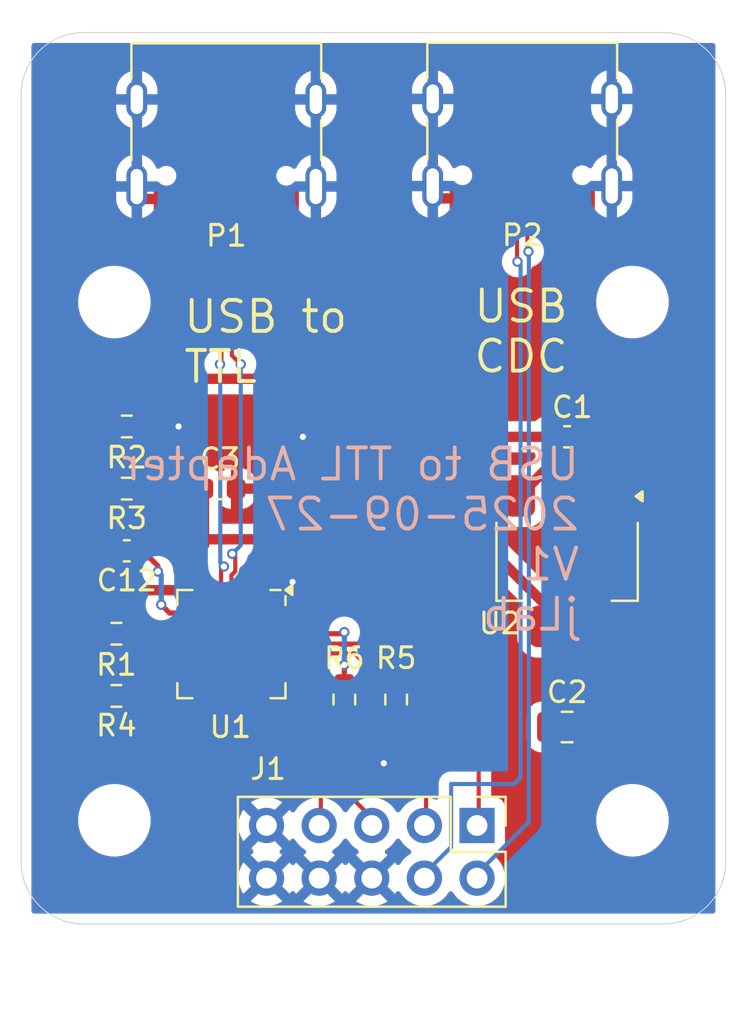
<source format=kicad_pcb>
(kicad_pcb (version 20241229) (generator "pcbnew") (generator_version "9.0")
  (title_block (title "USB to TTL Adapter") (date "2025-09-27") (rev "V1") (company "jLab"))
  (layers (0 "F.Cu" signal) (2 "B.Cu" signal) (13 "F.Paste" user) (15 "B.Paste" user) (5 "F.SilkS" user "F.Silkscreen") (7 "B.SilkS" user "B.Silkscreen") (1 "F.Mask" user) (3 "B.Mask" user) (25 "Edge.Cuts" user))
  (net 0 "")
  (net 1 "+5V")
  (net 2 "GND")
  (net 3 "+3V3")
  (net 4 "Net-(U1-VBUS)")
  (net 5 "/RX")
  (net 6 "/DTR")
  (net 7 "/TX")
  (net 8 "/RTS")
  (net 9 "Net-(U1-~{RST})")
  (net 10 "Net-(U1-~{SUSPEND})")
  (net 11 "Net-(U1-TXD)")
  (net 32 "Net-(U1-RXD)")
  (net 33 "/USB2_D-")
  (net 34 "/USB2_D+")
  (net 35 "/USB1_D+")
  (net 36 "/USB1_D-")
  (footprint "Capacitor_SMD:C_0603_1608Metric" (layer "F.Cu") (at 195.095816 59 180)
    (property "Reference" "C12" (at 0 -1.43 0) (layer "F.SilkS"))
    (property "Value" "1uF")
    (fp_line (start -0.14058 0.51) (end 0.14058 0.51) (stroke (width 0.12)) (layer "F.SilkS"))
    (fp_line (start -0.14058 -0.51) (end 0.14058 -0.51) (stroke (width 0.12)) (layer "F.SilkS"))
    (pad "1" smd roundrect (at -0.775 0 180) (size 0.9 0.95) (layers "F.Cu" "F.Mask" "F.Paste") (net 4 "Net-(U1-VBUS)"))
    (pad "2" smd roundrect (at 0.775 0 180) (size 0.9 0.95) (layers "F.Cu" "F.Mask" "F.Paste") (net 2 "GND"))
  )
  (footprint "Connector_PinHeader_2.54mm:PinHeader_2x05_P2.54mm_Vertical" (layer "F.Cu") (at 212 72.25 -90)
    (property "Reference" "J1" (at -2.725 10.08 180) (layer "F.SilkS"))
    (property "Value" "Debug" (hide yes))
    (fp_line (start -1.38 11.54) (end 3.92 11.54) (stroke (width 0.12)) (layer "F.SilkS"))
    (fp_line (start -1.38 1.27) (end -1.38 11.54) (stroke (width 0.12)) (layer "F.SilkS"))
    (fp_line (start -1.38 1.27) (end 1.27 1.27) (stroke (width 0.12)) (layer "F.SilkS"))
    (fp_line (start 1.27 1.27) (end 1.27 -1.38) (stroke (width 0.12)) (layer "F.SilkS"))
    (fp_line (start -1.38 0) (end -1.38 -1.38) (stroke (width 0.12)) (layer "F.SilkS"))
    (fp_line (start -1.38 -1.38) (end 0 -1.38) (stroke (width 0.12)) (layer "F.SilkS"))
    (fp_line (start 1.27 -1.38) (end 3.92 -1.38) (stroke (width 0.12)) (layer "F.SilkS"))
    (fp_line (start 3.92 -1.38) (end 3.92 11.54) (stroke (width 0.12)) (layer "F.SilkS"))
    (pad "1" thru_hole rect (at 0 0 270) (size 1.7 1.7) (drill 1) (layers "*.Cu" "*.Mask") (net 6 "/DTR"))
    (pad "2" thru_hole circle (at 2.54 0 270) (size 1.7 1.7) (drill 1) (layers "*.Cu" "*.Mask") (net 34 "/USB2_D+"))
    (pad "3" thru_hole circle (at 0 2.54 270) (size 1.7 1.7) (drill 1) (layers "*.Cu" "*.Mask") (net 8 "/RTS"))
    (pad "4" thru_hole circle (at 2.54 2.54 270) (size 1.7 1.7) (drill 1) (layers "*.Cu" "*.Mask") (net 33 "/USB2_D-"))
    (pad "5" thru_hole circle (at 0 5.08 270) (size 1.7 1.7) (drill 1) (layers "*.Cu" "*.Mask") (net 5 "/RX"))
    (pad "6" thru_hole circle (at 2.54 5.08 270) (size 1.7 1.7) (drill 1) (layers "*.Cu" "*.Mask") (net 2 "GND"))
    (pad "7" thru_hole circle (at 0 7.62 270) (size 1.7 1.7) (drill 1) (layers "*.Cu" "*.Mask") (net 7 "/TX"))
    (pad "8" thru_hole circle (at 2.54 7.62 270) (size 1.7 1.7) (drill 1) (layers "*.Cu" "*.Mask") (net 2 "GND"))
    (pad "9" thru_hole circle (at 0 10.16 270) (size 1.7 1.7) (drill 1) (layers "*.Cu" "*.Mask") (net 2 "GND"))
    (pad "10" thru_hole circle (at 2.54 10.16 270) (size 1.7 1.7) (drill 1) (layers "*.Cu" "*.Mask") (net 2 "GND"))
  )
  (footprint "Resistor_SMD:R_0603_1608Metric" (layer "F.Cu") (at 194.595816 63)
    (property "Reference" "R1" (at 0 1.5 0) (layer "F.SilkS"))
    (property "Value" "1K")
    (fp_line (start -0.237258 -0.5225) (end 0.237258 -0.5225) (stroke (width 0.12)) (layer "F.SilkS"))
    (fp_line (start -0.237258 0.5225) (end 0.237258 0.5225) (stroke (width 0.12)) (layer "F.SilkS"))
    (pad "1" smd roundrect (at -0.825 0) (size 0.8 0.95) (layers "F.Cu" "F.Mask" "F.Paste") (net 3 "+3V3"))
    (pad "2" smd roundrect (at 0.825 0) (size 0.8 0.95) (layers "F.Cu" "F.Mask" "F.Paste") (net 9 "Net-(U1-~{RST})"))
  )
  (footprint "MountingHole:MountingHole_3.2mm_M3_ISO7380" (layer "F.Cu") (at 219.5 47)
    (property "Reference" "H2" (hide yes))
    (property "Value" "MountingHole")
    (pad "" np_thru_hole circle (at 0 0) (size 3.2 3.2) (drill 3.2) (layers "*.Cu" "*.Mask"))
  )
  (footprint "MountingHole:MountingHole_3.2mm_M3_ISO7380" (layer "F.Cu") (at 194.5 72)
    (property "Reference" "H3" (hide yes))
    (property "Value" "MountingHole")
    (pad "" np_thru_hole circle (at 0 0) (size 3.2 3.2) (drill 3.2) (layers "*.Cu" "*.Mask"))
  )
  (footprint "Resistor_SMD:R_0603_1608Metric" (layer "F.Cu") (at 205.595816 66.175 -90)
    (property "Reference" "R6" (at -2 0 180) (layer "F.SilkS"))
    (property "Value" "0")
    (fp_line (start -0.237258 0.5225) (end 0.237258 0.5225) (stroke (width 0.12)) (layer "F.SilkS"))
    (fp_line (start -0.237258 -0.5225) (end 0.237258 -0.5225) (stroke (width 0.12)) (layer "F.SilkS"))
    (pad "1" smd roundrect (at -0.825 0 270) (size 0.8 0.95) (layers "F.Cu" "F.Mask" "F.Paste") (net 11 "Net-(U1-TXD)"))
    (pad "2" smd roundrect (at 0.825 0 270) (size 0.8 0.95) (layers "F.Cu" "F.Mask" "F.Paste") (net 5 "/RX"))
  )
  (footprint "Package_TO_SOT_SMD:SOT-223-3_TabPin2" (layer "F.Cu") (at 216.345816 59.5 -90)
    (property "Reference" "U2" (at 3 3.25 180) (layer "F.SilkS"))
    (property "Value" "TLV1117-33")
    (fp_line (start -1.85 3.41) (end 1.91 3.41) (stroke (width 0.12)) (layer "F.SilkS"))
    (fp_line (start 1.91 3.41) (end 1.91 2.15) (stroke (width 0.12)) (layer "F.SilkS"))
    (fp_line (start -1.85 -3.41) (end 1.91 -3.41) (stroke (width 0.12)) (layer "F.SilkS"))
    (fp_line (start 1.91 -3.41) (end 1.91 -2.15) (stroke (width 0.12)) (layer "F.SilkS"))
    (fp_poly (pts (xy -3.13 -3.31) (xy -3.37 -3.64) (xy -2.89 -3.64) (xy -3.13 -3.31)) (stroke (width 0.12)) (fill yes) (layer "F.SilkS"))
    (pad "1" smd roundrect (at -3.15 -2.3 270) (size 2 1.5) (layers "F.Cu" "F.Mask" "F.Paste") (net 2 "GND"))
    (pad "2" smd roundrect (at -3.15 0 270) (size 2 1.5) (layers "F.Cu" "F.Mask" "F.Paste") (net 3 "+3V3"))
    (pad "2" smd roundrect (at 3.15 0 270) (size 2 3.8) (layers "F.Cu" "F.Mask" "F.Paste") (net 3 "+3V3"))
    (pad "3" smd roundrect (at -3.15 2.3 270) (size 2 1.5) (layers "F.Cu" "F.Mask" "F.Paste") (net 1 "+5V"))
  )
  (footprint "Connector_USB:USB_C_Receptacle_G-Switch_GT-USB-7010ASV" (layer "F.Cu") (at 214.18 38.275 180)
    (property "Reference" "P2" (at 0 -5.5 0) (layer "F.SilkS"))
    (property "Value" "USB_C_Plug_USB2.0")
    (fp_line (start 4.58 3.785) (end -4.58 3.785) (stroke (width 0.12)) (layer "F.SilkS"))
    (fp_line (start 4.58 2.08) (end 4.58 3.785) (stroke (width 0.12)) (layer "F.SilkS"))
    (fp_line (start 4.58 0.07) (end 4.58 -1.85) (stroke (width 0.12)) (layer "F.SilkS"))
    (fp_line (start -4.58 3.785) (end -4.58 2.08) (stroke (width 0.12)) (layer "F.SilkS"))
    (fp_line (start -4.58 -1.85) (end -4.58 0.07) (stroke (width 0.12)) (layer "F.SilkS"))
    (pad "" np_thru_hole circle (at -2.89 -2.605 180) (size 0.65 0.65) (drill 0.65) (layers "*.Cu" "*.Mask"))
    (pad "" np_thru_hole circle (at 2.89 -2.605 180) (size 0.65 0.65) (drill 0.65) (layers "*.Cu" "*.Mask"))
    (pad "A1" smd rect (at -3.2 -3.725 180) (size 0.6 1.24) (layers "F.Cu" "F.Mask" "F.Paste") (net 2 "GND"))
    (pad "A4" smd rect (at -2.4 -3.725 180) (size 0.6 1.24) (layers "F.Cu" "F.Mask" "F.Paste") (net 1 "+5V"))
    (pad "A5" smd rect (at -1.25 -3.725 180) (size 0.3 1.24) (layers "F.Cu" "F.Mask" "F.Paste"))
    (pad "A6" smd rect (at -0.25 -3.725 180) (size 0.3 1.24) (layers "F.Cu" "F.Mask" "F.Paste") (net 34 "/USB2_D+"))
    (pad "A7" smd rect (at 0.25 -3.725 180) (size 0.3 1.24) (layers "F.Cu" "F.Mask" "F.Paste") (net 33 "/USB2_D-"))
    (pad "A8" smd rect (at 1.25 -3.725 180) (size 0.3 1.24) (layers "F.Cu" "F.Mask" "F.Paste"))
    (pad "A9" smd rect (at 2.4 -3.725 180) (size 0.6 1.24) (layers "F.Cu" "F.Mask" "F.Paste") (net 1 "+5V"))
    (pad "A12" smd rect (at 3.2 -3.725 180) (size 0.6 1.24) (layers "F.Cu" "F.Mask" "F.Paste") (net 2 "GND"))
    (pad "B1" smd rect (at 3.2 -3.725 180) (size 0.6 1.24) (layers "F.Cu" "F.Mask" "F.Paste") (net 2 "GND"))
    (pad "B4" smd rect (at 2.4 -3.725 180) (size 0.6 1.24) (layers "F.Cu" "F.Mask" "F.Paste") (net 1 "+5V"))
    (pad "B5" smd rect (at 1.75 -3.725 180) (size 0.3 1.24) (layers "F.Cu" "F.Mask" "F.Paste"))
    (pad "B6" smd rect (at 0.75 -3.725 180) (size 0.3 1.24) (layers "F.Cu" "F.Mask" "F.Paste"))
    (pad "B7" smd rect (at -0.75 -3.725 180) (size 0.3 1.24) (layers "F.Cu" "F.Mask" "F.Paste"))
    (pad "B8" smd rect (at -1.75 -3.725 180) (size 0.3 1.24) (layers "F.Cu" "F.Mask" "F.Paste"))
    (pad "B9" smd rect (at -2.4 -3.725 180) (size 0.6 1.24) (layers "F.Cu" "F.Mask" "F.Paste") (net 1 "+5V"))
    (pad "B12" smd rect (at -3.2 -3.725 180) (size 0.6 1.24) (layers "F.Cu" "F.Mask" "F.Paste") (net 2 "GND"))
    (pad "S1" thru_hole oval (at -4.32 -3.125 180) (size 1 2.1) (drill oval 0.6 1.7) (property pad_prop_heatsink) (layers "*.Cu" "*.Mask") (net 2 "GND"))
    (pad "S1" thru_hole oval (at -4.32 1.075 180) (size 1 1.8) (drill oval 0.6 1.4) (property pad_prop_heatsink) (layers "*.Cu" "*.Mask") (net 2 "GND"))
    (pad "S1" thru_hole oval (at 4.32 -3.125 180) (size 1 2.1) (drill oval 0.6 1.7) (property pad_prop_heatsink) (layers "*.Cu" "*.Mask") (net 2 "GND"))
    (pad "S1" thru_hole oval (at 4.32 1.075 180) (size 1 1.8) (drill oval 0.6 1.4) (property pad_prop_heatsink) (layers "*.Cu" "*.Mask") (net 2 "GND"))
  )
  (footprint "Resistor_SMD:R_0603_1608Metric" (layer "F.Cu") (at 194.595816 66 180)
    (property "Reference" "R4" (at 0 -1.43 0) (layer "F.SilkS"))
    (property "Value" "10K")
    (fp_line (start -0.237258 0.5225) (end 0.237258 0.5225) (stroke (width 0.12)) (layer "F.SilkS"))
    (fp_line (start -0.237258 -0.5225) (end 0.237258 -0.5225) (stroke (width 0.12)) (layer "F.SilkS"))
    (pad "1" smd roundrect (at -0.825 0 180) (size 0.8 0.95) (layers "F.Cu" "F.Mask" "F.Paste") (net 10 "Net-(U1-~{SUSPEND})"))
    (pad "2" smd roundrect (at 0.825 0 180) (size 0.8 0.95) (layers "F.Cu" "F.Mask" "F.Paste") (net 2 "GND"))
  )
  (footprint "Capacitor_SMD:C_0805_2012Metric" (layer "F.Cu") (at 216.345816 67.5)
    (property "Reference" "C2" (at 0 -1.68 0) (layer "F.SilkS"))
    (property "Value" "100uF")
    (fp_line (start -0.261252 -0.735) (end 0.261252 -0.735) (stroke (width 0.12)) (layer "F.SilkS"))
    (fp_line (start -0.261252 0.735) (end 0.261252 0.735) (stroke (width 0.12)) (layer "F.SilkS"))
    (pad "1" smd roundrect (at -0.95 0) (size 1 1.45) (layers "F.Cu" "F.Mask" "F.Paste") (net 3 "+3V3"))
    (pad "2" smd roundrect (at 0.95 0) (size 1 1.45) (layers "F.Cu" "F.Mask" "F.Paste") (net 2 "GND"))
  )
  (footprint "Resistor_SMD:R_0603_1608Metric" (layer "F.Cu") (at 195.095816 56 180)
    (property "Reference" "R3" (at 0 -1.43 0) (layer "F.SilkS"))
    (property "Value" "47.5K")
    (fp_line (start -0.237258 0.5225) (end 0.237258 0.5225) (stroke (width 0.12)) (layer "F.SilkS"))
    (fp_line (start -0.237258 -0.5225) (end 0.237258 -0.5225) (stroke (width 0.12)) (layer "F.SilkS"))
    (pad "1" smd roundrect (at -0.825 0 180) (size 0.8 0.95) (layers "F.Cu" "F.Mask" "F.Paste") (net 4 "Net-(U1-VBUS)"))
    (pad "2" smd roundrect (at 0.825 0 180) (size 0.8 0.95) (layers "F.Cu" "F.Mask" "F.Paste") (net 2 "GND"))
  )
  (footprint "Resistor_SMD:R_0603_1608Metric" (layer "F.Cu") (at 208.095816 66.175 90)
    (property "Reference" "R5" (at 2 0 180) (layer "F.SilkS"))
    (property "Value" "0")
    (fp_line (start -0.237258 -0.5225) (end 0.237258 -0.5225) (stroke (width 0.12)) (layer "F.SilkS"))
    (fp_line (start -0.237258 0.5225) (end 0.237258 0.5225) (stroke (width 0.12)) (layer "F.SilkS"))
    (pad "1" smd roundrect (at -0.825 0 90) (size 0.8 0.95) (layers "F.Cu" "F.Mask" "F.Paste") (net 7 "/TX"))
    (pad "2" smd roundrect (at 0.825 0 90) (size 0.8 0.95) (layers "F.Cu" "F.Mask" "F.Paste") (net 32 "Net-(U1-RXD)"))
  )
  (footprint "Connector_USB:USB_C_Receptacle_G-Switch_GT-USB-7010ASV" (layer "F.Cu") (at 199.9 38.3 180)
    (property "Reference" "P1" (at 0 -5.5 0) (layer "F.SilkS"))
    (property "Value" "USB_C_Plug_USB2.0")
    (fp_line (start 4.58 3.785) (end -4.58 3.785) (stroke (width 0.12)) (layer "F.SilkS"))
    (fp_line (start 4.58 2.08) (end 4.58 3.785) (stroke (width 0.12)) (layer "F.SilkS"))
    (fp_line (start 4.58 0.07) (end 4.58 -1.85) (stroke (width 0.12)) (layer "F.SilkS"))
    (fp_line (start -4.58 3.785) (end -4.58 2.08) (stroke (width 0.12)) (layer "F.SilkS"))
    (fp_line (start -4.58 -1.85) (end -4.58 0.07) (stroke (width 0.12)) (layer "F.SilkS"))
    (pad "" np_thru_hole circle (at -2.89 -2.605 180) (size 0.65 0.65) (drill 0.65) (layers "*.Cu" "*.Mask"))
    (pad "" np_thru_hole circle (at 2.89 -2.605 180) (size 0.65 0.65) (drill 0.65) (layers "*.Cu" "*.Mask"))
    (pad "A1" smd rect (at -3.2 -3.725 180) (size 0.6 1.24) (layers "F.Cu" "F.Mask" "F.Paste") (net 2 "GND"))
    (pad "A4" smd rect (at -2.4 -3.725 180) (size 0.6 1.24) (layers "F.Cu" "F.Mask" "F.Paste") (net 1 "+5V"))
    (pad "A5" smd rect (at -1.25 -3.725 180) (size 0.3 1.24) (layers "F.Cu" "F.Mask" "F.Paste"))
    (pad "A6" smd rect (at -0.25 -3.725 180) (size 0.3 1.24) (layers "F.Cu" "F.Mask" "F.Paste") (net 35 "/USB1_D+"))
    (pad "A7" smd rect (at 0.25 -3.725 180) (size 0.3 1.24) (layers "F.Cu" "F.Mask" "F.Paste") (net 36 "/USB1_D-"))
    (pad "A8" smd rect (at 1.25 -3.725 180) (size 0.3 1.24) (layers "F.Cu" "F.Mask" "F.Paste"))
    (pad "A9" smd rect (at 2.4 -3.725 180) (size 0.6 1.24) (layers "F.Cu" "F.Mask" "F.Paste") (net 1 "+5V"))
    (pad "A12" smd rect (at 3.2 -3.725 180) (size 0.6 1.24) (layers "F.Cu" "F.Mask" "F.Paste") (net 2 "GND"))
    (pad "B1" smd rect (at 3.2 -3.725 180) (size 0.6 1.24) (layers "F.Cu" "F.Mask" "F.Paste") (net 2 "GND"))
    (pad "B4" smd rect (at 2.4 -3.725 180) (size 0.6 1.24) (layers "F.Cu" "F.Mask" "F.Paste") (net 1 "+5V"))
    (pad "B5" smd rect (at 1.75 -3.725 180) (size 0.3 1.24) (layers "F.Cu" "F.Mask" "F.Paste"))
    (pad "B6" smd rect (at 0.75 -3.725 180) (size 0.3 1.24) (layers "F.Cu" "F.Mask" "F.Paste"))
    (pad "B7" smd rect (at -0.75 -3.725 180) (size 0.3 1.24) (layers "F.Cu" "F.Mask" "F.Paste"))
    (pad "B8" smd rect (at -1.75 -3.725 180) (size 0.3 1.24) (layers "F.Cu" "F.Mask" "F.Paste"))
    (pad "B9" smd rect (at -2.4 -3.725 180) (size 0.6 1.24) (layers "F.Cu" "F.Mask" "F.Paste") (net 1 "+5V"))
    (pad "B12" smd rect (at -3.2 -3.725 180) (size 0.6 1.24) (layers "F.Cu" "F.Mask" "F.Paste") (net 2 "GND"))
    (pad "S1" thru_hole oval (at -4.32 -3.125 180) (size 1 2.1) (drill oval 0.6 1.7) (property pad_prop_heatsink) (layers "*.Cu" "*.Mask") (net 2 "GND"))
    (pad "S1" thru_hole oval (at -4.32 1.075 180) (size 1 1.8) (drill oval 0.6 1.4) (property pad_prop_heatsink) (layers "*.Cu" "*.Mask") (net 2 "GND"))
    (pad "S1" thru_hole oval (at 4.32 -3.125 180) (size 1 2.1) (drill oval 0.6 1.7) (property pad_prop_heatsink) (layers "*.Cu" "*.Mask") (net 2 "GND"))
    (pad "S1" thru_hole oval (at 4.32 1.075 180) (size 1 1.8) (drill oval 0.6 1.4) (property pad_prop_heatsink) (layers "*.Cu" "*.Mask") (net 2 "GND"))
  )
  (footprint "MountingHole:MountingHole_3.2mm_M3_ISO7380" (layer "F.Cu") (at 219.5 72)
    (property "Reference" "H4" (hide yes))
    (property "Value" "MountingHole")
    (pad "" np_thru_hole circle (at 0 0) (size 3.2 3.2) (drill 3.2) (layers "*.Cu" "*.Mask"))
  )
  (footprint "Capacitor_SMD:C_0603_1608Metric" (layer "F.Cu") (at 216.345816 53.5)
    (property "Reference" "C1" (at 0.25 -1.43 0) (layer "F.SilkS"))
    (property "Value" "10uF")
    (fp_line (start -0.14058 -0.51) (end 0.14058 -0.51) (stroke (width 0.12)) (layer "F.SilkS"))
    (fp_line (start -0.14058 0.51) (end 0.14058 0.51) (stroke (width 0.12)) (layer "F.SilkS"))
    (pad "1" smd roundrect (at -0.775 0) (size 0.9 0.95) (layers "F.Cu" "F.Mask" "F.Paste") (net 1 "+5V"))
    (pad "2" smd roundrect (at 0.775 0) (size 0.9 0.95) (layers "F.Cu" "F.Mask" "F.Paste") (net 2 "GND"))
  )
  (footprint "Package_DFN_QFN:QFN-28-1EP_5x5mm_P0.5mm_EP3.35x3.35mm" (layer "F.Cu") (at 200.145816 63.5 -90)
    (property "Reference" "U1" (at 4 0.05 180) (layer "F.SilkS"))
    (property "Value" "CP2102N-Axx-xQFN28" (hide yes))
    (fp_line (start -2.61 2.61) (end -2.61 1.885) (stroke (width 0.12)) (layer "F.SilkS"))
    (fp_line (start -1.885 2.61) (end -2.61 2.61) (stroke (width 0.12)) (layer "F.SilkS"))
    (fp_line (start 1.885 2.61) (end 2.61 2.61) (stroke (width 0.12)) (layer "F.SilkS"))
    (fp_line (start 2.61 2.61) (end 2.61 1.885) (stroke (width 0.12)) (layer "F.SilkS"))
    (fp_line (start -2.61 -1.885) (end -2.61 -2.37) (stroke (width 0.12)) (layer "F.SilkS"))
    (fp_line (start -1.885 -2.61) (end -2.31 -2.61) (stroke (width 0.12)) (layer "F.SilkS"))
    (fp_line (start 1.885 -2.61) (end 2.61 -2.61) (stroke (width 0.12)) (layer "F.SilkS"))
    (fp_line (start 2.61 -2.61) (end 2.61 -1.885) (stroke (width 0.12)) (layer "F.SilkS"))
    (fp_poly (pts (xy -2.61 -2.61) (xy -2.85 -2.94) (xy -2.37 -2.94)) (stroke (width 0.12)) (fill yes) (layer "F.SilkS"))
    (pad "1" smd roundrect (at -2.45 -1.5 270) (size 0.8 0.25) (layers "F.Cu" "F.Mask" "F.Paste"))
    (pad "2" smd roundrect (at -2.45 -1 270) (size 0.8 0.25) (layers "F.Cu" "F.Mask" "F.Paste"))
    (pad "3" smd roundrect (at -2.45 -0.5 270) (size 0.8 0.25) (layers "F.Cu" "F.Mask" "F.Paste") (net 2 "GND"))
    (pad "4" smd roundrect (at -2.45 0 270) (size 0.8 0.25) (layers "F.Cu" "F.Mask" "F.Paste") (net 35 "/USB1_D+"))
    (pad "5" smd roundrect (at -2.45 0.5 270) (size 0.8 0.25) (layers "F.Cu" "F.Mask" "F.Paste") (net 36 "/USB1_D-"))
    (pad "6" smd roundrect (at -2.45 1 270) (size 0.8 0.25) (layers "F.Cu" "F.Mask" "F.Paste") (net 3 "+3V3"))
    (pad "7" smd roundrect (at -2.45 1.5 270) (size 0.8 0.25) (layers "F.Cu" "F.Mask" "F.Paste") (net 3 "+3V3"))
    (pad "8" smd roundrect (at -1.5 2.45 270) (size 0.25 0.8) (layers "F.Cu" "F.Mask" "F.Paste") (net 4 "Net-(U1-VBUS)"))
    (pad "9" smd roundrect (at -1 2.45 270) (size 0.25 0.8) (layers "F.Cu" "F.Mask" "F.Paste") (net 9 "Net-(U1-~{RST})"))
    (pad "10" smd roundrect (at -0.5 2.45 270) (size 0.25 0.8) (layers "F.Cu" "F.Mask" "F.Paste"))
    (pad "11" smd roundrect (at 0 2.45 270) (size 0.25 0.8) (layers "F.Cu" "F.Mask" "F.Paste") (net 10 "Net-(U1-~{SUSPEND})"))
    (pad "12" smd roundrect (at 0.5 2.45 270) (size 0.25 0.8) (layers "F.Cu" "F.Mask" "F.Paste"))
    (pad "13" smd roundrect (at 1 2.45 270) (size 0.25 0.8) (layers "F.Cu" "F.Mask" "F.Paste"))
    (pad "14" smd roundrect (at 1.5 2.45 270) (size 0.25 0.8) (layers "F.Cu" "F.Mask" "F.Paste"))
    (pad "15" smd roundrect (at 2.45 1.5 270) (size 0.8 0.25) (layers "F.Cu" "F.Mask" "F.Paste"))
    (pad "16" smd roundrect (at 2.45 1 270) (size 0.8 0.25) (layers "F.Cu" "F.Mask" "F.Paste"))
    (pad "17" smd roundrect (at 2.45 0.5 270) (size 0.8 0.25) (layers "F.Cu" "F.Mask" "F.Paste"))
    (pad "18" smd roundrect (at 2.45 0 270) (size 0.8 0.25) (layers "F.Cu" "F.Mask" "F.Paste"))
    (pad "19" smd roundrect (at 2.45 -0.5 270) (size 0.8 0.25) (layers "F.Cu" "F.Mask" "F.Paste"))
    (pad "20" smd roundrect (at 2.45 -1 270) (size 0.8 0.25) (layers "F.Cu" "F.Mask" "F.Paste"))
    (pad "21" smd roundrect (at 2.45 -1.5 270) (size 0.8 0.25) (layers "F.Cu" "F.Mask" "F.Paste"))
    (pad "22" smd roundrect (at 1.5 -2.45 270) (size 0.25 0.8) (layers "F.Cu" "F.Mask" "F.Paste"))
    (pad "23" smd roundrect (at 1 -2.45 270) (size 0.25 0.8) (layers "F.Cu" "F.Mask" "F.Paste"))
    (pad "24" smd roundrect (at 0.5 -2.45 270) (size 0.25 0.8) (layers "F.Cu" "F.Mask" "F.Paste") (net 8 "/RTS"))
    (pad "25" smd roundrect (at 0 -2.45 270) (size 0.25 0.8) (layers "F.Cu" "F.Mask" "F.Paste") (net 32 "Net-(U1-RXD)"))
    (pad "26" smd roundrect (at -0.5 -2.45 270) (size 0.25 0.8) (layers "F.Cu" "F.Mask" "F.Paste") (net 11 "Net-(U1-TXD)"))
    (pad "27" smd roundrect (at -1 -2.45 270) (size 0.25 0.8) (layers "F.Cu" "F.Mask" "F.Paste"))
    (pad "28" smd roundrect (at -1.5 -2.45 270) (size 0.25 0.8) (layers "F.Cu" "F.Mask" "F.Paste") (net 6 "/DTR"))
    (pad "29" smd rect (at 0 0 270) (size 3.35 3.35) (property pad_prop_heatsink) (layers "F.Cu" "F.Mask") (net 2 "GND"))
  )
  (footprint "Capacitor_SMD:C_0603_1608Metric" (layer "F.Cu") (at 199.595816 56)
    (property "Reference" "C3" (at 0 -1.43 0) (layer "F.SilkS"))
    (property "Value" "10uF")
    (fp_line (start -0.14058 -0.51) (end 0.14058 -0.51) (stroke (width 0.12)) (layer "F.SilkS"))
    (fp_line (start -0.14058 0.51) (end 0.14058 0.51) (stroke (width 0.12)) (layer "F.SilkS"))
    (pad "1" smd roundrect (at -0.775 0) (size 0.9 0.95) (layers "F.Cu" "F.Mask" "F.Paste") (net 3 "+3V3"))
    (pad "2" smd roundrect (at 0.775 0) (size 0.9 0.95) (layers "F.Cu" "F.Mask" "F.Paste") (net 2 "GND"))
  )
  (footprint "MountingHole:MountingHole_3.2mm_M3_ISO7380" (layer "F.Cu") (at 194.5 47)
    (property "Reference" "H1" (hide yes))
    (property "Value" "MountingHole")
    (pad "" np_thru_hole circle (at 0 0) (size 3.2 3.2) (drill 3.2) (layers "*.Cu" "*.Mask"))
  )
  (footprint "Resistor_SMD:R_0603_1608Metric" (layer "F.Cu") (at 195.095816 53)
    (property "Reference" "R2" (at 0 1.5 0) (layer "F.SilkS"))
    (property "Value" "22.1K")
    (fp_line (start -0.237258 -0.5225) (end 0.237258 -0.5225) (stroke (width 0.12)) (layer "F.SilkS"))
    (fp_line (start -0.237258 0.5225) (end 0.237258 0.5225) (stroke (width 0.12)) (layer "F.SilkS"))
    (pad "1" smd roundrect (at -0.825 0) (size 0.8 0.95) (layers "F.Cu" "F.Mask" "F.Paste") (net 1 "+5V"))
    (pad "2" smd roundrect (at 0.825 0) (size 0.8 0.95) (layers "F.Cu" "F.Mask" "F.Paste") (net 4 "Net-(U1-VBUS)"))
  )
  (gr_line (start 221 77) (end 193 77) (stroke (width 0.05)) (layer "Edge.Cuts"))
  (gr_arc (start 193 77) (mid 190.87868 76.12132) (end 190 74) (stroke (width 0.05)) (layer "Edge.Cuts"))
  (gr_line (start 193 34) (end 221 34) (stroke (width 0.05)) (layer "Edge.Cuts"))
  (gr_line (start 190 74) (end 190 37) (stroke (width 0.05)) (layer "Edge.Cuts"))
  (gr_arc (start 221 34) (mid 223.12132 34.87868) (end 224 37) (stroke (width 0.05)) (layer "Edge.Cuts"))
  (gr_line (start 224 37) (end 224 74) (stroke (width 0.05)) (layer "Edge.Cuts"))
  (gr_arc (start 190 37) (mid 190.87868 34.87868) (end 193 34) (stroke (width 0.05)) (layer "Edge.Cuts"))
  (gr_arc (start 224 74) (mid 223.12132 76.12132) (end 221 77) (stroke (width 0.05)) (layer "Edge.Cuts"))
  (gr_text "USB to\nTTL" (at 197.75 51 0) (layer "F.SilkS") (effects (font (size 1.5 1.5) (thickness 0.1875)) (justify left bottom)))
  (gr_text "USB\nCDC" (at 211.75 50.5 0) (layer "F.SilkS") (effects (font (size 1.5 1.5) (thickness 0.1875)) (justify left bottom)))
  (gr_text "${TITLE}\n${ISSUE_DATE}\n${REVISION}\n${COMPANY}" (at 217.045816 62.95 0) (layer "B.SilkS") (effects (font (size 1.5 1.5) (thickness 0.1875)) (justify left bottom mirror)))
  (segment (start 202.315816 42.040816) (end 202.315816 49.822) (width 0.5) (layer "F.Cu") (net 1))
  (segment (start 201.534816 50.701) (end 198.5 50.701) (width 0.5) (layer "F.Cu") (net 1))
  (segment (start 203.843816 52.799) (end 202.364816 51.32) (width 0.5) (layer "F.Cu") (net 1))
  (segment (start 215.570816 53.5) (end 204.544816 53.5) (width 0.5) (layer "F.Cu") (net 1))
  (segment (start 198.5 45) (end 197.5 44) (width 0.5) (layer "F.Cu") (net 1))
  (segment (start 211.78 42) (end 211.825816 42.045816) (width 0.5) (layer "F.Cu") (net 1))
  (segment (start 204.544816 53.5) (end 204.296816 53.252) (width 0.5) (layer "F.Cu") (net 1))
  (segment (start 198.5 50.701) (end 198.5 45) (width 0.5) (layer "F.Cu") (net 1))
  (segment (start 202.364816 51.32) (end 202.364816 49.871) (width 0.5) (layer "F.Cu") (net 1))
  (segment (start 204.296816 53.209636) (end 203.88618 52.799) (width 0.5) (layer "F.Cu") (net 1))
  (segment (start 216.58 42) (end 216.625816 42.045816) (width 0.5) (layer "F.Cu") (net 1))
  (segment (start 196.569816 50.701) (end 194.270816 53) (width 0.5) (layer "F.Cu") (net 1))
  (segment (start 215.570816 53.5) (end 215.570816 54.825) (width 0.5) (layer "F.Cu") (net 1))
  (segment (start 215.570816 54.825) (end 214.045816 56.35) (width 0.5) (layer "F.Cu") (net 1))
  (segment (start 202.315816 49.822) (end 202.364816 49.871) (width 0.5) (layer "F.Cu") (net 1))
  (segment (start 204.296816 53.252) (end 204.296816 53.209636) (width 0.5) (layer "F.Cu") (net 1))
  (segment (start 203.88618 52.799) (end 203.843816 52.799) (width 0.5) (layer "F.Cu") (net 1))
  (segment (start 202.364816 49.871) (end 201.534816 50.701) (width 0.5) (layer "F.Cu") (net 1))
  (segment (start 197.5 44) (end 197.5 42.025) (width 0.5) (layer "F.Cu") (net 1))
  (segment (start 202.3 42.025) (end 202.315816 42.040816) (width 0.5) (layer "F.Cu") (net 1))
  (segment (start 198.5 50.701) (end 196.569816 50.701) (width 0.5) (layer "F.Cu") (net 1))
  (segment (start 200.645816 63) (end 200.645816 61.05) (width 0.2) (layer "F.Cu") (net 2))
  (segment (start 200.145816 63.5) (end 203.095816 60.55) (width 0.2) (layer "F.Cu") (net 2))
  (segment (start 200.145816 63.5) (end 200.645816 63) (width 0.2) (layer "F.Cu") (net 2))
  (segment (start 203.095816 60.55) (end 203.095816 60.5) (width 0.2) (layer "F.Cu") (net 2))
  (via (at 207.5 69.25) (size 0.5) (drill 0.3) (layers "F.Cu" "B.Cu") (net 2))
  (via (at 203.595816 53.5) (size 0.5) (drill 0.3) (layers "F.Cu" "B.Cu") (net 2))
  (via (at 197.595816 53) (size 0.5) (drill 0.3) (layers "F.Cu" "B.Cu") (net 2))
  (via (at 203.095816 60.5) (size 0.6) (drill 0.3) (layers "F.Cu" "B.Cu") (net 2))
  (segment (start 216.345816 56.35) (end 216.345816 62.65) (width 0.5) (layer "F.Cu") (net 3))
  (segment (start 212.138977 58.443161) (end 199.102655 58.443161) (width 0.5) (layer "F.Cu") (net 3))
  (segment (start 198.645816 61.05) (end 198.494816 60.899) (width 0.5) (layer "F.Cu") (net 3))
  (segment (start 198.494816 60.899) (end 195.871816 60.899) (width 0.5) (layer "F.Cu") (net 3))
  (segment (start 198.820816 56) (end 198.820816 58.725) (width 0.5) (layer "F.Cu") (net 3))
  (segment (start 198.820816 58.725) (end 198.645816 58.9) (width 0.5) (layer "F.Cu") (net 3))
  (segment (start 216.345816 62.65) (end 216.345816 66.725) (width 0.5) (layer "F.Cu") (net 3))
  (segment (start 198.645816 58.9) (end 198.645816 61.05) (width 0.5) (layer "F.Cu") (net 3))
  (segment (start 216.345816 62.65) (end 212.138977 58.443161) (width 0.5) (layer "F.Cu") (net 3))
  (segment (start 198.645816 61.05) (end 199.069816 61.05) (width 0.5) (layer "F.Cu") (net 3))
  (segment (start 195.871816 60.899) (end 193.770816 63) (width 0.5) (layer "F.Cu") (net 3))
  (segment (start 216.345816 66.725) (end 215.570816 67.5) (width 0.5) (layer "F.Cu") (net 3))
  (segment (start 196.595816 59.725) (end 195.870816 59) (width 0.25) (layer "F.Cu") (net 4))
  (segment (start 195.870816 59) (end 195.870816 56.05) (width 0.25) (layer "F.Cu") (net 4))
  (segment (start 197.158686 62) (end 196.758686 61.6) (width 0.25) (layer "F.Cu") (net 4))
  (segment (start 197.695816 62) (end 197.158686 62) (width 0.25) (layer "F.Cu") (net 4))
  (segment (start 195.920816 56) (end 195.920816 53) (width 0.25) (layer "F.Cu") (net 4))
  (segment (start 196.595816 60) (end 196.595816 59.725) (width 0.25) (layer "F.Cu") (net 4))
  (segment (start 195.870816 56.05) (end 195.920816 56) (width 0.25) (layer "F.Cu") (net 4))
  (via (at 196.758686 61.6) (size 0.5) (drill 0.3) (layers "F.Cu" "B.Cu") (net 4))
  (via (at 196.595816 60) (size 0.5) (drill 0.3) (layers "F.Cu" "B.Cu") (net 4))
  (segment (start 196.758686 60.16287) (end 196.595816 60) (width 0.25) (layer "B.Cu") (net 4))
  (segment (start 196.758686 61.6) (end 196.758686 60.16287) (width 0.25) (layer "B.Cu") (net 4))
  (segment (start 205.595816 70.555816) (end 206.92 71.88) (width 0.2) (layer "F.Cu") (net 5))
  (segment (start 205.595816 67) (end 205.595816 70.555816) (width 0.2) (layer "F.Cu") (net 5))
  (segment (start 206.92 71.88) (end 206.92 72.25) (width 0.2) (layer "F.Cu") (net 5))
  (segment (start 212.08 68.109766) (end 209.347816 65.377582) (width 0.2) (layer "F.Cu") (net 6))
  (segment (start 212.08 72.17) (end 212.08 68.109766) (width 0.2) (layer "F.Cu") (net 6))
  (segment (start 209.347816 65.377582) (end 205.970234 62) (width 0.25) (layer "F.Cu") (net 6))
  (segment (start 212 72.25) (end 212.08 72.17) (width 0.2) (layer "F.Cu") (net 6))
  (segment (start 205.970234 62) (end 202.595816 62) (width 0.25) (layer "F.Cu") (net 6))
  (segment (start 204.46 66.820816) (end 204.46 72.17) (width 0.2) (layer "F.Cu") (net 7))
  (segment (start 207.525048 67) (end 206.625048 66.1) (width 0.2) (layer "F.Cu") (net 7))
  (segment (start 205.180816 66.1) (end 204.46 66.820816) (width 0.2) (layer "F.Cu") (net 7))
  (segment (start 206.625048 66.1) (end 205.180816 66.1) (width 0.2) (layer "F.Cu") (net 7))
  (segment (start 208.095816 67) (end 207.525048 67) (width 0.2) (layer "F.Cu") (net 7))
  (segment (start 204.46 72.17) (end 204.38 72.25) (width 0.2) (layer "F.Cu") (net 7))
  (segment (start 207.656752 66.1) (end 208.38488 66.1) (width 0.2) (layer "F.Cu") (net 8))
  (segment (start 209.54 67.25512) (end 209.54 72.17) (width 0.2) (layer "F.Cu") (net 8))
  (segment (start 206.645816 65.089064) (end 207.656752 66.1) (width 0.2) (layer "F.Cu") (net 8))
  (segment (start 206.645816 64.502454) (end 206.645816 65.089064) (width 0.2) (layer "F.Cu") (net 8))
  (segment (start 206.092362 63.949) (end 206.645816 64.502454) (width 0.2) (layer "F.Cu") (net 8))
  (segment (start 202.595816 64) (end 202.646816 63.949) (width 0.2) (layer "F.Cu") (net 8))
  (segment (start 202.646816 63.949) (end 206.092362 63.949) (width 0.2) (layer "F.Cu") (net 8))
  (segment (start 209.54 72.17) (end 209.46 72.25) (width 0.2) (layer "F.Cu") (net 8))
  (segment (start 208.38488 66.1) (end 209.54 67.25512) (width 0.2) (layer "F.Cu") (net 8))
  (segment (start 196.420816 62.5) (end 197.695816 62.5) (width 0.25) (layer "F.Cu") (net 9))
  (segment (start 195.420816 63) (end 195.920816 63) (width 0.25) (layer "F.Cu") (net 9))
  (segment (start 195.920816 63) (end 196.420816 62.5) (width 0.25) (layer "F.Cu") (net 9))
  (segment (start 195.420816 66) (end 195.420816 64.724418) (width 0.25) (layer "F.Cu") (net 10))
  (segment (start 196.645234 63.5) (end 197.695816 63.5) (width 0.25) (layer "F.Cu") (net 10))
  (segment (start 195.420816 64.724418) (end 196.645234 63.5) (width 0.25) (layer "F.Cu") (net 10))
  (segment (start 202.595816 63) (end 205.520816 63) (width 0.25) (layer "F.Cu") (net 11))
  (segment (start 205.595816 64.5) (end 205.595816 65.35) (width 0.25) (layer "F.Cu") (net 11))
  (segment (start 205.520816 63) (end 205.595816 62.925) (width 0.25) (layer "F.Cu") (net 11))
  (via (at 205.595816 64.5) (size 0.5) (drill 0.3) (layers "F.Cu" "B.Cu") (net 11))
  (via (at 205.595816 62.925) (size 0.5) (drill 0.3) (layers "F.Cu" "B.Cu") (net 11))
  (segment (start 205.595816 62.925) (end 205.595816 64.5) (width 0.25) (layer "B.Cu") (net 11))
  (segment (start 206.245816 63.5) (end 208.095816 65.35) (width 0.25) (layer "F.Cu") (net 32))
  (segment (start 202.595816 63.5) (end 206.245816 63.5) (width 0.25) (layer "F.Cu") (net 32))
  (segment (start 213.93 45.03) (end 213.93 42) (width 0.2) (layer "F.Cu") (net 33))
  (segment (start 213.95 45.05) (end 213.93 45.03) (width 0.2) (layer "F.Cu") (net 33))
  (via (at 213.95 45.05) (size 0.5) (drill 0.3) (layers "F.Cu" "B.Cu") (net 33))
  (segment (start 214.1 45.2) (end 214.1 69.94) (width 0.2) (layer "B.Cu") (net 33))
  (segment (start 214.1 69.94) (end 213.79 70.25) (width 0.2) (layer "B.Cu") (net 33))
  (segment (start 210.75 73.29) (end 209.46 74.58) (width 0.2) (layer "B.Cu") (net 33))
  (segment (start 209.46 74.58) (end 209.46 74.79) (width 0.2) (layer "B.Cu") (net 33))
  (segment (start 213.95 45.05) (end 214.1 45.2) (width 0.2) (layer "B.Cu") (net 33))
  (segment (start 210.75 70.25) (end 210.75 73.29) (width 0.2) (layer "B.Cu") (net 33))
  (segment (start 213.79 70.25) (end 210.75 70.25) (width 0.2) (layer "B.Cu") (net 33))
  (segment (start 214.43 44.511758) (end 214.43 42) (width 0.2) (layer "F.Cu") (net 34))
  (segment (start 214.48 44.561758) (end 214.43 44.511758) (width 0.2) (layer "F.Cu") (net 34))
  (via (at 214.48 44.561758) (size 0.5) (drill 0.3) (layers "F.Cu" "B.Cu") (net 34))
  (segment (start 214.501 44.821768) (end 214.501 72.079) (width 0.2) (layer "B.Cu") (net 34))
  (segment (start 214.48 44.561758) (end 214.48 44.800768) (width 0.2) (layer "B.Cu") (net 34))
  (segment (start 212 74.58) (end 212 74.79) (width 0.2) (layer "B.Cu") (net 34))
  (segment (start 214.48 44.800768) (end 214.501 44.821768) (width 0.2) (layer "B.Cu") (net 34))
  (segment (start 214.501 72.079) (end 212 74.58) (width 0.2) (layer "B.Cu") (net 34))
  (segment (start 200.165816 42.040816) (end 200.15 42.025) (width 0.2) (layer "F.Cu") (net 35))
  (segment (start 200.333767 59.986182) (end 200.333767 59.292012) (width 0.2) (layer "F.Cu") (net 35))
  (segment (start 200.333767 59.292012) (end 200.185916 59.144161) (width 0.2) (layer "F.Cu") (net 35))
  (segment (start 200.145816 61.05) (end 200.145816 60.174133) (width 0.2) (layer "F.Cu") (net 35))
  (segment (start 200.145816 60.174133) (end 200.333767 59.986182) (width 0.2) (layer "F.Cu") (net 35))
  (segment (start 200.165816 49.57) (end 200.165816 42.040816) (width 0.2) (layer "F.Cu") (net 35))
  (segment (start 200.595816 50) (end 200.165816 49.57) (width 0.2) (layer "F.Cu") (net 35))
  (via (at 200.595816 50) (size 0.5) (drill 0.3) (layers "F.Cu" "B.Cu") (net 35))
  (via (at 200.185916 59.144161) (size 0.5) (drill 0.3) (layers "F.Cu" "B.Cu") (net 35))
  (segment (start 200.602317 50.006501) (end 200.595816 50) (width 0.2) (layer "B.Cu") (net 35))
  (segment (start 200.595816 58.734261) (end 200.595816 50) (width 0.2) (layer "B.Cu") (net 35))
  (segment (start 200.185916 59.144161) (end 200.595816 58.734261) (width 0.2) (layer "B.Cu") (net 35))
  (segment (start 199.782767 59.75795) (end 199.645816 59.894901) (width 0.2) (layer "F.Cu") (net 36))
  (segment (start 199.665816 49.93) (end 199.595816 50) (width 0.2) (layer "F.Cu") (net 36))
  (segment (start 199.665816 42.040816) (end 199.665816 49.93) (width 0.2) (layer "F.Cu") (net 36))
  (segment (start 199.65 42.025) (end 199.665816 42.040816) (width 0.2) (layer "F.Cu") (net 36))
  (segment (start 199.645816 59.894901) (end 199.645816 61.05) (width 0.2) (layer "F.Cu") (net 36))
  (via (at 199.782767 59.75795) (size 0.5) (drill 0.3) (layers "F.Cu" "B.Cu") (net 36))
  (via (at 199.595816 50) (size 0.5) (drill 0.3) (layers "F.Cu" "B.Cu") (net 36))
  (segment (start 199.608838 58.5) (end 199.608838 52.5) (width 0.2) (layer "B.Cu") (net 36))
  (segment (start 199.608838 59.584021) (end 199.782767 59.75795) (width 0.2) (layer "B.Cu") (net 36))
  (segment (start 199.608838 58.5) (end 199.608838 59.584021) (width 0.2) (layer "B.Cu") (net 36))
  (segment (start 199.608838 50.013022) (end 199.595816 50) (width 0.2) (layer "B.Cu") (net 36))
  (segment (start 199.608838 52.5) (end 199.608838 50.013022) (width 0.2) (layer "B.Cu") (net 36))
  (zone (net 2) (net_name "GND") (layers "F.Cu" "B.Cu") (connect_pads (clearance 0.5)) (min_thickness 0.25) (fill yes (thermal_gap 0.5) (thermal_bridge_width 0.5))
    (polygon (pts (xy 190 33.7) (xy 190 76.7) (xy 224.2 76.7) (xy 224.2 33.7)))
  )
)
</source>
